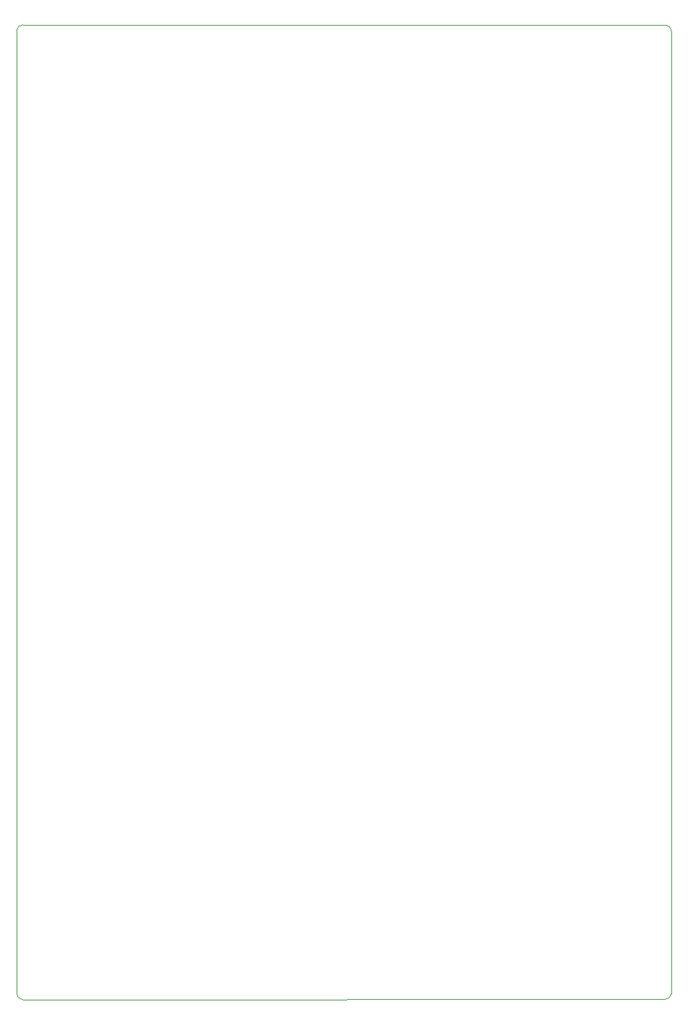
<source format=gbr>
%TF.GenerationSoftware,KiCad,Pcbnew,9.0.4*%
%TF.CreationDate,2025-08-26T19:34:46+02:00*%
%TF.ProjectId,shaghayeghs-keyboard,73686167-6861-4796-9567-68732d6b6579,rev?*%
%TF.SameCoordinates,Original*%
%TF.FileFunction,Profile,NP*%
%FSLAX46Y46*%
G04 Gerber Fmt 4.6, Leading zero omitted, Abs format (unit mm)*
G04 Created by KiCad (PCBNEW 9.0.4) date 2025-08-26 19:34:46*
%MOMM*%
%LPD*%
G01*
G04 APERTURE LIST*
%TA.AperFunction,Profile*%
%ADD10C,0.050000*%
%TD*%
G04 APERTURE END LIST*
D10*
X160250000Y-157000000D02*
X81737200Y-157010800D01*
X161001670Y-38757330D02*
X161000000Y-156250000D01*
X81737200Y-37985000D02*
X160251670Y-38007331D01*
X80987200Y-156260800D02*
X80987200Y-38735000D01*
X81737200Y-157010800D02*
G75*
G02*
X80987200Y-156260800I0J750000D01*
G01*
X80987200Y-38735000D02*
G75*
G02*
X81737200Y-37985000I750000J0D01*
G01*
X160251670Y-38007330D02*
G75*
G02*
X161001670Y-38757330I0J-750000D01*
G01*
X161000000Y-156250000D02*
G75*
G02*
X160250000Y-157000000I-750000J0D01*
G01*
M02*

</source>
